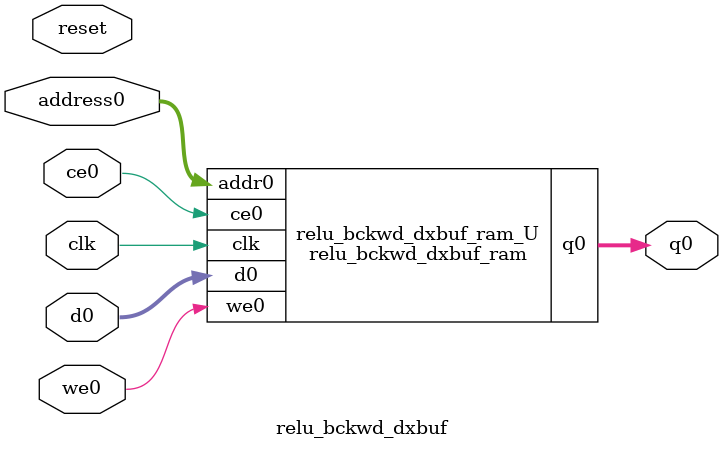
<source format=v>
`timescale 1 ns / 1 ps
module relu_bckwd_dxbuf_ram (addr0, ce0, d0, we0, q0,  clk);

parameter DWIDTH = 32;
parameter AWIDTH = 7;
parameter MEM_SIZE = 100;

input[AWIDTH-1:0] addr0;
input ce0;
input[DWIDTH-1:0] d0;
input we0;
output reg[DWIDTH-1:0] q0;
input clk;

reg [DWIDTH-1:0] ram[0:MEM_SIZE-1];




always @(posedge clk)  
begin 
    if (ce0) begin
        if (we0) 
            ram[addr0] <= d0; 
        q0 <= ram[addr0];
    end
end


endmodule

`timescale 1 ns / 1 ps
module relu_bckwd_dxbuf(
    reset,
    clk,
    address0,
    ce0,
    we0,
    d0,
    q0);

parameter DataWidth = 32'd32;
parameter AddressRange = 32'd100;
parameter AddressWidth = 32'd7;
input reset;
input clk;
input[AddressWidth - 1:0] address0;
input ce0;
input we0;
input[DataWidth - 1:0] d0;
output[DataWidth - 1:0] q0;



relu_bckwd_dxbuf_ram relu_bckwd_dxbuf_ram_U(
    .clk( clk ),
    .addr0( address0 ),
    .ce0( ce0 ),
    .we0( we0 ),
    .d0( d0 ),
    .q0( q0 ));

endmodule


</source>
